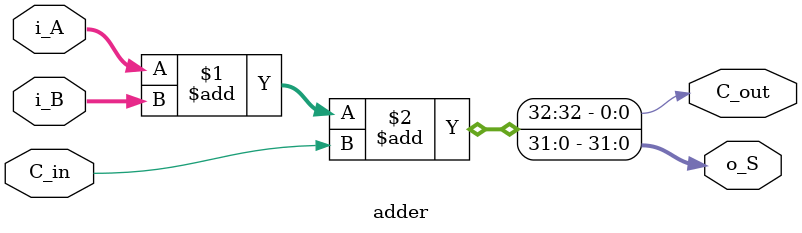
<source format=v>
module adder
//#(parameter n = 8)
		(
			output wire C_out,
			input wire C_in,
			output wire [31:0]o_S,
			input wire [31:0]i_A,
			input wire [31:0]i_B
			
		);
		
		assign {C_out,o_S} = i_A + i_B + C_in;

endmodule		
</source>
